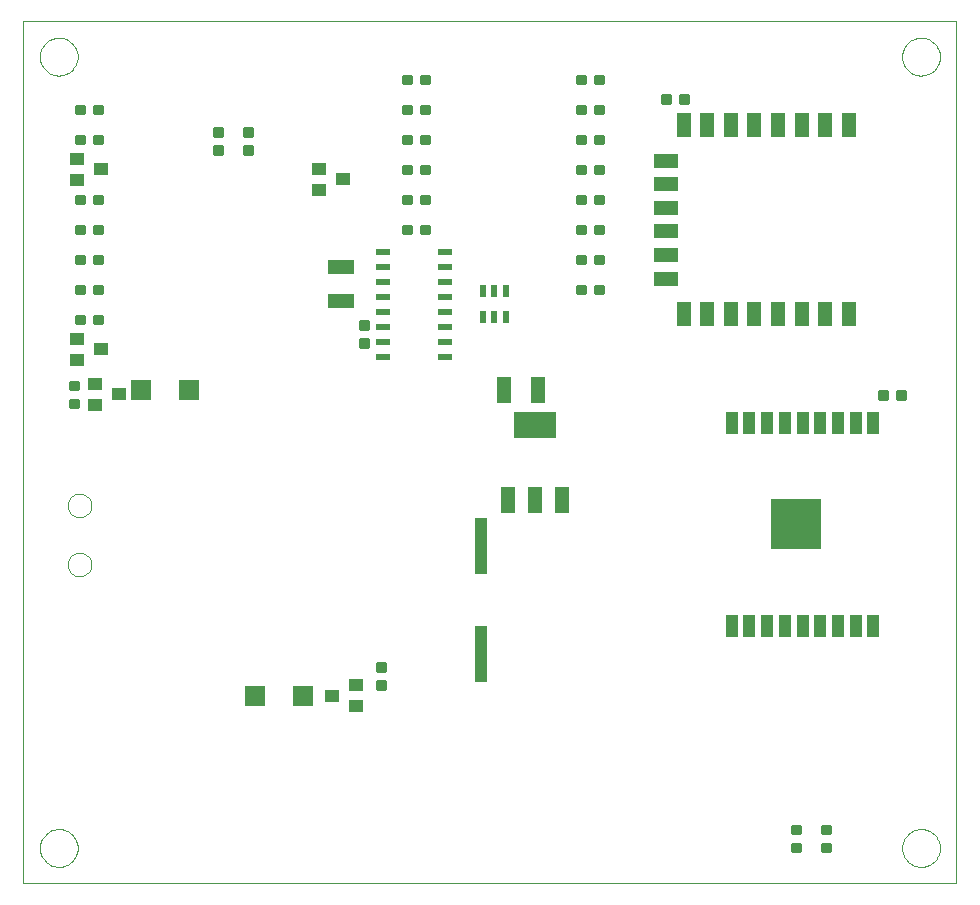
<source format=gtp>
G75*
%MOIN*%
%OFA0B0*%
%FSLAX24Y24*%
%IPPOS*%
%LPD*%
%AMOC8*
5,1,8,0,0,1.08239X$1,22.5*
%
%ADD10C,0.0000*%
%ADD11R,0.0500X0.0900*%
%ADD12R,0.1400X0.0850*%
%ADD13R,0.0450X0.0900*%
%ADD14R,0.0394X0.1850*%
%ADD15R,0.0472X0.0236*%
%ADD16C,0.0088*%
%ADD17R,0.0197X0.0394*%
%ADD18R,0.0709X0.0697*%
%ADD19R,0.0472X0.0787*%
%ADD20R,0.0787X0.0472*%
%ADD21R,0.0900X0.0450*%
%ADD22R,0.0433X0.0728*%
%ADD23R,0.1693X0.1693*%
%ADD24R,0.0450X0.0400*%
D10*
X001306Y002003D02*
X001306Y030743D01*
X032408Y030743D01*
X032408Y002003D01*
X001306Y002003D01*
X001857Y003184D02*
X001859Y003234D01*
X001865Y003284D01*
X001875Y003333D01*
X001889Y003381D01*
X001906Y003428D01*
X001927Y003473D01*
X001952Y003517D01*
X001980Y003558D01*
X002012Y003597D01*
X002046Y003634D01*
X002083Y003668D01*
X002123Y003698D01*
X002165Y003725D01*
X002209Y003749D01*
X002255Y003770D01*
X002302Y003786D01*
X002350Y003799D01*
X002400Y003808D01*
X002449Y003813D01*
X002500Y003814D01*
X002550Y003811D01*
X002599Y003804D01*
X002648Y003793D01*
X002696Y003778D01*
X002742Y003760D01*
X002787Y003738D01*
X002830Y003712D01*
X002871Y003683D01*
X002910Y003651D01*
X002946Y003616D01*
X002978Y003578D01*
X003008Y003538D01*
X003035Y003495D01*
X003058Y003451D01*
X003077Y003405D01*
X003093Y003357D01*
X003105Y003308D01*
X003113Y003259D01*
X003117Y003209D01*
X003117Y003159D01*
X003113Y003109D01*
X003105Y003060D01*
X003093Y003011D01*
X003077Y002963D01*
X003058Y002917D01*
X003035Y002873D01*
X003008Y002830D01*
X002978Y002790D01*
X002946Y002752D01*
X002910Y002717D01*
X002871Y002685D01*
X002830Y002656D01*
X002787Y002630D01*
X002742Y002608D01*
X002696Y002590D01*
X002648Y002575D01*
X002599Y002564D01*
X002550Y002557D01*
X002500Y002554D01*
X002449Y002555D01*
X002400Y002560D01*
X002350Y002569D01*
X002302Y002582D01*
X002255Y002598D01*
X002209Y002619D01*
X002165Y002643D01*
X002123Y002670D01*
X002083Y002700D01*
X002046Y002734D01*
X002012Y002771D01*
X001980Y002810D01*
X001952Y002851D01*
X001927Y002895D01*
X001906Y002940D01*
X001889Y002987D01*
X001875Y003035D01*
X001865Y003084D01*
X001859Y003134D01*
X001857Y003184D01*
X002782Y012633D02*
X002784Y012672D01*
X002790Y012711D01*
X002800Y012749D01*
X002813Y012786D01*
X002830Y012821D01*
X002850Y012855D01*
X002874Y012886D01*
X002901Y012915D01*
X002930Y012941D01*
X002962Y012964D01*
X002996Y012984D01*
X003032Y013000D01*
X003069Y013012D01*
X003108Y013021D01*
X003147Y013026D01*
X003186Y013027D01*
X003225Y013024D01*
X003264Y013017D01*
X003301Y013006D01*
X003338Y012992D01*
X003373Y012974D01*
X003406Y012953D01*
X003437Y012928D01*
X003465Y012901D01*
X003490Y012871D01*
X003512Y012838D01*
X003531Y012804D01*
X003546Y012768D01*
X003558Y012730D01*
X003566Y012692D01*
X003570Y012653D01*
X003570Y012613D01*
X003566Y012574D01*
X003558Y012536D01*
X003546Y012498D01*
X003531Y012462D01*
X003512Y012428D01*
X003490Y012395D01*
X003465Y012365D01*
X003437Y012338D01*
X003406Y012313D01*
X003373Y012292D01*
X003338Y012274D01*
X003301Y012260D01*
X003264Y012249D01*
X003225Y012242D01*
X003186Y012239D01*
X003147Y012240D01*
X003108Y012245D01*
X003069Y012254D01*
X003032Y012266D01*
X002996Y012282D01*
X002962Y012302D01*
X002930Y012325D01*
X002901Y012351D01*
X002874Y012380D01*
X002850Y012411D01*
X002830Y012445D01*
X002813Y012480D01*
X002800Y012517D01*
X002790Y012555D01*
X002784Y012594D01*
X002782Y012633D01*
X002782Y014602D02*
X002784Y014641D01*
X002790Y014680D01*
X002800Y014718D01*
X002813Y014755D01*
X002830Y014790D01*
X002850Y014824D01*
X002874Y014855D01*
X002901Y014884D01*
X002930Y014910D01*
X002962Y014933D01*
X002996Y014953D01*
X003032Y014969D01*
X003069Y014981D01*
X003108Y014990D01*
X003147Y014995D01*
X003186Y014996D01*
X003225Y014993D01*
X003264Y014986D01*
X003301Y014975D01*
X003338Y014961D01*
X003373Y014943D01*
X003406Y014922D01*
X003437Y014897D01*
X003465Y014870D01*
X003490Y014840D01*
X003512Y014807D01*
X003531Y014773D01*
X003546Y014737D01*
X003558Y014699D01*
X003566Y014661D01*
X003570Y014622D01*
X003570Y014582D01*
X003566Y014543D01*
X003558Y014505D01*
X003546Y014467D01*
X003531Y014431D01*
X003512Y014397D01*
X003490Y014364D01*
X003465Y014334D01*
X003437Y014307D01*
X003406Y014282D01*
X003373Y014261D01*
X003338Y014243D01*
X003301Y014229D01*
X003264Y014218D01*
X003225Y014211D01*
X003186Y014208D01*
X003147Y014209D01*
X003108Y014214D01*
X003069Y014223D01*
X003032Y014235D01*
X002996Y014251D01*
X002962Y014271D01*
X002930Y014294D01*
X002901Y014320D01*
X002874Y014349D01*
X002850Y014380D01*
X002830Y014414D01*
X002813Y014449D01*
X002800Y014486D01*
X002790Y014524D01*
X002784Y014563D01*
X002782Y014602D01*
X001857Y029562D02*
X001859Y029612D01*
X001865Y029662D01*
X001875Y029711D01*
X001889Y029759D01*
X001906Y029806D01*
X001927Y029851D01*
X001952Y029895D01*
X001980Y029936D01*
X002012Y029975D01*
X002046Y030012D01*
X002083Y030046D01*
X002123Y030076D01*
X002165Y030103D01*
X002209Y030127D01*
X002255Y030148D01*
X002302Y030164D01*
X002350Y030177D01*
X002400Y030186D01*
X002449Y030191D01*
X002500Y030192D01*
X002550Y030189D01*
X002599Y030182D01*
X002648Y030171D01*
X002696Y030156D01*
X002742Y030138D01*
X002787Y030116D01*
X002830Y030090D01*
X002871Y030061D01*
X002910Y030029D01*
X002946Y029994D01*
X002978Y029956D01*
X003008Y029916D01*
X003035Y029873D01*
X003058Y029829D01*
X003077Y029783D01*
X003093Y029735D01*
X003105Y029686D01*
X003113Y029637D01*
X003117Y029587D01*
X003117Y029537D01*
X003113Y029487D01*
X003105Y029438D01*
X003093Y029389D01*
X003077Y029341D01*
X003058Y029295D01*
X003035Y029251D01*
X003008Y029208D01*
X002978Y029168D01*
X002946Y029130D01*
X002910Y029095D01*
X002871Y029063D01*
X002830Y029034D01*
X002787Y029008D01*
X002742Y028986D01*
X002696Y028968D01*
X002648Y028953D01*
X002599Y028942D01*
X002550Y028935D01*
X002500Y028932D01*
X002449Y028933D01*
X002400Y028938D01*
X002350Y028947D01*
X002302Y028960D01*
X002255Y028976D01*
X002209Y028997D01*
X002165Y029021D01*
X002123Y029048D01*
X002083Y029078D01*
X002046Y029112D01*
X002012Y029149D01*
X001980Y029188D01*
X001952Y029229D01*
X001927Y029273D01*
X001906Y029318D01*
X001889Y029365D01*
X001875Y029413D01*
X001865Y029462D01*
X001859Y029512D01*
X001857Y029562D01*
X030597Y029562D02*
X030599Y029612D01*
X030605Y029662D01*
X030615Y029711D01*
X030629Y029759D01*
X030646Y029806D01*
X030667Y029851D01*
X030692Y029895D01*
X030720Y029936D01*
X030752Y029975D01*
X030786Y030012D01*
X030823Y030046D01*
X030863Y030076D01*
X030905Y030103D01*
X030949Y030127D01*
X030995Y030148D01*
X031042Y030164D01*
X031090Y030177D01*
X031140Y030186D01*
X031189Y030191D01*
X031240Y030192D01*
X031290Y030189D01*
X031339Y030182D01*
X031388Y030171D01*
X031436Y030156D01*
X031482Y030138D01*
X031527Y030116D01*
X031570Y030090D01*
X031611Y030061D01*
X031650Y030029D01*
X031686Y029994D01*
X031718Y029956D01*
X031748Y029916D01*
X031775Y029873D01*
X031798Y029829D01*
X031817Y029783D01*
X031833Y029735D01*
X031845Y029686D01*
X031853Y029637D01*
X031857Y029587D01*
X031857Y029537D01*
X031853Y029487D01*
X031845Y029438D01*
X031833Y029389D01*
X031817Y029341D01*
X031798Y029295D01*
X031775Y029251D01*
X031748Y029208D01*
X031718Y029168D01*
X031686Y029130D01*
X031650Y029095D01*
X031611Y029063D01*
X031570Y029034D01*
X031527Y029008D01*
X031482Y028986D01*
X031436Y028968D01*
X031388Y028953D01*
X031339Y028942D01*
X031290Y028935D01*
X031240Y028932D01*
X031189Y028933D01*
X031140Y028938D01*
X031090Y028947D01*
X031042Y028960D01*
X030995Y028976D01*
X030949Y028997D01*
X030905Y029021D01*
X030863Y029048D01*
X030823Y029078D01*
X030786Y029112D01*
X030752Y029149D01*
X030720Y029188D01*
X030692Y029229D01*
X030667Y029273D01*
X030646Y029318D01*
X030629Y029365D01*
X030615Y029413D01*
X030605Y029462D01*
X030599Y029512D01*
X030597Y029562D01*
X030597Y003184D02*
X030599Y003234D01*
X030605Y003284D01*
X030615Y003333D01*
X030629Y003381D01*
X030646Y003428D01*
X030667Y003473D01*
X030692Y003517D01*
X030720Y003558D01*
X030752Y003597D01*
X030786Y003634D01*
X030823Y003668D01*
X030863Y003698D01*
X030905Y003725D01*
X030949Y003749D01*
X030995Y003770D01*
X031042Y003786D01*
X031090Y003799D01*
X031140Y003808D01*
X031189Y003813D01*
X031240Y003814D01*
X031290Y003811D01*
X031339Y003804D01*
X031388Y003793D01*
X031436Y003778D01*
X031482Y003760D01*
X031527Y003738D01*
X031570Y003712D01*
X031611Y003683D01*
X031650Y003651D01*
X031686Y003616D01*
X031718Y003578D01*
X031748Y003538D01*
X031775Y003495D01*
X031798Y003451D01*
X031817Y003405D01*
X031833Y003357D01*
X031845Y003308D01*
X031853Y003259D01*
X031857Y003209D01*
X031857Y003159D01*
X031853Y003109D01*
X031845Y003060D01*
X031833Y003011D01*
X031817Y002963D01*
X031798Y002917D01*
X031775Y002873D01*
X031748Y002830D01*
X031718Y002790D01*
X031686Y002752D01*
X031650Y002717D01*
X031611Y002685D01*
X031570Y002656D01*
X031527Y002630D01*
X031482Y002608D01*
X031436Y002590D01*
X031388Y002575D01*
X031339Y002564D01*
X031290Y002557D01*
X031240Y002554D01*
X031189Y002555D01*
X031140Y002560D01*
X031090Y002569D01*
X031042Y002582D01*
X030995Y002598D01*
X030949Y002619D01*
X030905Y002643D01*
X030863Y002670D01*
X030823Y002700D01*
X030786Y002734D01*
X030752Y002771D01*
X030720Y002810D01*
X030692Y002851D01*
X030667Y002895D01*
X030646Y002940D01*
X030629Y002987D01*
X030615Y003035D01*
X030605Y003084D01*
X030599Y003134D01*
X030597Y003184D01*
D11*
X019277Y014775D03*
X018377Y014775D03*
X017477Y014775D03*
D12*
X018377Y017275D03*
D13*
X018462Y018437D03*
X017312Y018437D03*
D14*
X016552Y013245D03*
X016552Y009663D03*
D15*
X015347Y019560D03*
X015347Y020060D03*
X015347Y020560D03*
X015347Y021060D03*
X015347Y021560D03*
X015347Y022060D03*
X015347Y022560D03*
X015347Y023060D03*
X013300Y023060D03*
X013300Y022560D03*
X013300Y022060D03*
X013300Y021560D03*
X013300Y021060D03*
X013300Y020560D03*
X013300Y020060D03*
X013300Y019560D03*
D16*
X012798Y019876D02*
X012798Y020138D01*
X012798Y019876D02*
X012536Y019876D01*
X012536Y020138D01*
X012798Y020138D01*
X012798Y019963D02*
X012536Y019963D01*
X012536Y020050D02*
X012798Y020050D01*
X012798Y020137D02*
X012536Y020137D01*
X012798Y020476D02*
X012798Y020738D01*
X012798Y020476D02*
X012536Y020476D01*
X012536Y020738D01*
X012798Y020738D01*
X012798Y020563D02*
X012536Y020563D01*
X012536Y020650D02*
X012798Y020650D01*
X012798Y020737D02*
X012536Y020737D01*
X013975Y023672D02*
X014237Y023672D01*
X013975Y023672D02*
X013975Y023934D01*
X014237Y023934D01*
X014237Y023672D01*
X014237Y023759D02*
X013975Y023759D01*
X013975Y023846D02*
X014237Y023846D01*
X014237Y023933D02*
X013975Y023933D01*
X014575Y023672D02*
X014837Y023672D01*
X014575Y023672D02*
X014575Y023934D01*
X014837Y023934D01*
X014837Y023672D01*
X014837Y023759D02*
X014575Y023759D01*
X014575Y023846D02*
X014837Y023846D01*
X014837Y023933D02*
X014575Y023933D01*
X014575Y024934D02*
X014837Y024934D01*
X014837Y024672D01*
X014575Y024672D01*
X014575Y024934D01*
X014575Y024759D02*
X014837Y024759D01*
X014837Y024846D02*
X014575Y024846D01*
X014575Y024933D02*
X014837Y024933D01*
X014237Y024934D02*
X013975Y024934D01*
X014237Y024934D02*
X014237Y024672D01*
X013975Y024672D01*
X013975Y024934D01*
X013975Y024759D02*
X014237Y024759D01*
X014237Y024846D02*
X013975Y024846D01*
X013975Y024933D02*
X014237Y024933D01*
X014237Y025672D02*
X013975Y025672D01*
X013975Y025934D01*
X014237Y025934D01*
X014237Y025672D01*
X014237Y025759D02*
X013975Y025759D01*
X013975Y025846D02*
X014237Y025846D01*
X014237Y025933D02*
X013975Y025933D01*
X014575Y025672D02*
X014837Y025672D01*
X014575Y025672D02*
X014575Y025934D01*
X014837Y025934D01*
X014837Y025672D01*
X014837Y025759D02*
X014575Y025759D01*
X014575Y025846D02*
X014837Y025846D01*
X014837Y025933D02*
X014575Y025933D01*
X014575Y026672D02*
X014837Y026672D01*
X014575Y026672D02*
X014575Y026934D01*
X014837Y026934D01*
X014837Y026672D01*
X014837Y026759D02*
X014575Y026759D01*
X014575Y026846D02*
X014837Y026846D01*
X014837Y026933D02*
X014575Y026933D01*
X014237Y026672D02*
X013975Y026672D01*
X013975Y026934D01*
X014237Y026934D01*
X014237Y026672D01*
X014237Y026759D02*
X013975Y026759D01*
X013975Y026846D02*
X014237Y026846D01*
X014237Y026933D02*
X013975Y026933D01*
X013975Y027934D02*
X014237Y027934D01*
X014237Y027672D01*
X013975Y027672D01*
X013975Y027934D01*
X013975Y027759D02*
X014237Y027759D01*
X014237Y027846D02*
X013975Y027846D01*
X013975Y027933D02*
X014237Y027933D01*
X014575Y027934D02*
X014837Y027934D01*
X014837Y027672D01*
X014575Y027672D01*
X014575Y027934D01*
X014575Y027759D02*
X014837Y027759D01*
X014837Y027846D02*
X014575Y027846D01*
X014575Y027933D02*
X014837Y027933D01*
X014837Y028672D02*
X014575Y028672D01*
X014575Y028934D01*
X014837Y028934D01*
X014837Y028672D01*
X014837Y028759D02*
X014575Y028759D01*
X014575Y028846D02*
X014837Y028846D01*
X014837Y028933D02*
X014575Y028933D01*
X014237Y028672D02*
X013975Y028672D01*
X013975Y028934D01*
X014237Y028934D01*
X014237Y028672D01*
X014237Y028759D02*
X013975Y028759D01*
X013975Y028846D02*
X014237Y028846D01*
X014237Y028933D02*
X013975Y028933D01*
X008675Y027194D02*
X008675Y026932D01*
X008675Y027194D02*
X008937Y027194D01*
X008937Y026932D01*
X008675Y026932D01*
X008675Y027019D02*
X008937Y027019D01*
X008937Y027106D02*
X008675Y027106D01*
X008675Y027193D02*
X008937Y027193D01*
X008675Y026594D02*
X008675Y026332D01*
X008675Y026594D02*
X008937Y026594D01*
X008937Y026332D01*
X008675Y026332D01*
X008675Y026419D02*
X008937Y026419D01*
X008937Y026506D02*
X008675Y026506D01*
X008675Y026593D02*
X008937Y026593D01*
X007937Y026594D02*
X007937Y026332D01*
X007675Y026332D01*
X007675Y026594D01*
X007937Y026594D01*
X007937Y026419D02*
X007675Y026419D01*
X007675Y026506D02*
X007937Y026506D01*
X007937Y026593D02*
X007675Y026593D01*
X007937Y026932D02*
X007937Y027194D01*
X007937Y026932D02*
X007675Y026932D01*
X007675Y027194D01*
X007937Y027194D01*
X007937Y027019D02*
X007675Y027019D01*
X007675Y027106D02*
X007937Y027106D01*
X007937Y027193D02*
X007675Y027193D01*
X003937Y026672D02*
X003675Y026672D01*
X003675Y026934D01*
X003937Y026934D01*
X003937Y026672D01*
X003937Y026759D02*
X003675Y026759D01*
X003675Y026846D02*
X003937Y026846D01*
X003937Y026933D02*
X003675Y026933D01*
X003337Y026672D02*
X003075Y026672D01*
X003075Y026934D01*
X003337Y026934D01*
X003337Y026672D01*
X003337Y026759D02*
X003075Y026759D01*
X003075Y026846D02*
X003337Y026846D01*
X003337Y026933D02*
X003075Y026933D01*
X003075Y027672D02*
X003337Y027672D01*
X003075Y027672D02*
X003075Y027934D01*
X003337Y027934D01*
X003337Y027672D01*
X003337Y027759D02*
X003075Y027759D01*
X003075Y027846D02*
X003337Y027846D01*
X003337Y027933D02*
X003075Y027933D01*
X003675Y027672D02*
X003937Y027672D01*
X003675Y027672D02*
X003675Y027934D01*
X003937Y027934D01*
X003937Y027672D01*
X003937Y027759D02*
X003675Y027759D01*
X003675Y027846D02*
X003937Y027846D01*
X003937Y027933D02*
X003675Y027933D01*
X003675Y024672D02*
X003937Y024672D01*
X003675Y024672D02*
X003675Y024934D01*
X003937Y024934D01*
X003937Y024672D01*
X003937Y024759D02*
X003675Y024759D01*
X003675Y024846D02*
X003937Y024846D01*
X003937Y024933D02*
X003675Y024933D01*
X003337Y024672D02*
X003075Y024672D01*
X003075Y024934D01*
X003337Y024934D01*
X003337Y024672D01*
X003337Y024759D02*
X003075Y024759D01*
X003075Y024846D02*
X003337Y024846D01*
X003337Y024933D02*
X003075Y024933D01*
X003075Y023672D02*
X003337Y023672D01*
X003075Y023672D02*
X003075Y023934D01*
X003337Y023934D01*
X003337Y023672D01*
X003337Y023759D02*
X003075Y023759D01*
X003075Y023846D02*
X003337Y023846D01*
X003337Y023933D02*
X003075Y023933D01*
X003675Y023672D02*
X003937Y023672D01*
X003675Y023672D02*
X003675Y023934D01*
X003937Y023934D01*
X003937Y023672D01*
X003937Y023759D02*
X003675Y023759D01*
X003675Y023846D02*
X003937Y023846D01*
X003937Y023933D02*
X003675Y023933D01*
X003675Y022672D02*
X003937Y022672D01*
X003675Y022672D02*
X003675Y022934D01*
X003937Y022934D01*
X003937Y022672D01*
X003937Y022759D02*
X003675Y022759D01*
X003675Y022846D02*
X003937Y022846D01*
X003937Y022933D02*
X003675Y022933D01*
X003337Y022672D02*
X003075Y022672D01*
X003075Y022934D01*
X003337Y022934D01*
X003337Y022672D01*
X003337Y022759D02*
X003075Y022759D01*
X003075Y022846D02*
X003337Y022846D01*
X003337Y022933D02*
X003075Y022933D01*
X003075Y021672D02*
X003337Y021672D01*
X003075Y021672D02*
X003075Y021934D01*
X003337Y021934D01*
X003337Y021672D01*
X003337Y021759D02*
X003075Y021759D01*
X003075Y021846D02*
X003337Y021846D01*
X003337Y021933D02*
X003075Y021933D01*
X003675Y021672D02*
X003937Y021672D01*
X003675Y021672D02*
X003675Y021934D01*
X003937Y021934D01*
X003937Y021672D01*
X003937Y021759D02*
X003675Y021759D01*
X003675Y021846D02*
X003937Y021846D01*
X003937Y021933D02*
X003675Y021933D01*
X003675Y020672D02*
X003937Y020672D01*
X003675Y020672D02*
X003675Y020934D01*
X003937Y020934D01*
X003937Y020672D01*
X003937Y020759D02*
X003675Y020759D01*
X003675Y020846D02*
X003937Y020846D01*
X003937Y020933D02*
X003675Y020933D01*
X003337Y020672D02*
X003075Y020672D01*
X003075Y020934D01*
X003337Y020934D01*
X003337Y020672D01*
X003337Y020759D02*
X003075Y020759D01*
X003075Y020846D02*
X003337Y020846D01*
X003337Y020933D02*
X003075Y020933D01*
X002875Y018734D02*
X002875Y018472D01*
X002875Y018734D02*
X003137Y018734D01*
X003137Y018472D01*
X002875Y018472D01*
X002875Y018559D02*
X003137Y018559D01*
X003137Y018646D02*
X002875Y018646D01*
X002875Y018733D02*
X003137Y018733D01*
X002875Y018134D02*
X002875Y017872D01*
X002875Y018134D02*
X003137Y018134D01*
X003137Y017872D01*
X002875Y017872D01*
X002875Y017959D02*
X003137Y017959D01*
X003137Y018046D02*
X002875Y018046D01*
X002875Y018133D02*
X003137Y018133D01*
X013347Y009354D02*
X013347Y009092D01*
X013085Y009092D01*
X013085Y009354D01*
X013347Y009354D01*
X013347Y009179D02*
X013085Y009179D01*
X013085Y009266D02*
X013347Y009266D01*
X013347Y009353D02*
X013085Y009353D01*
X013347Y008754D02*
X013347Y008492D01*
X013085Y008492D01*
X013085Y008754D01*
X013347Y008754D01*
X013347Y008579D02*
X013085Y008579D01*
X013085Y008666D02*
X013347Y008666D01*
X013347Y008753D02*
X013085Y008753D01*
X019775Y021672D02*
X020037Y021672D01*
X019775Y021672D02*
X019775Y021934D01*
X020037Y021934D01*
X020037Y021672D01*
X020037Y021759D02*
X019775Y021759D01*
X019775Y021846D02*
X020037Y021846D01*
X020037Y021933D02*
X019775Y021933D01*
X020375Y021672D02*
X020637Y021672D01*
X020375Y021672D02*
X020375Y021934D01*
X020637Y021934D01*
X020637Y021672D01*
X020637Y021759D02*
X020375Y021759D01*
X020375Y021846D02*
X020637Y021846D01*
X020637Y021933D02*
X020375Y021933D01*
X020375Y022672D02*
X020637Y022672D01*
X020375Y022672D02*
X020375Y022934D01*
X020637Y022934D01*
X020637Y022672D01*
X020637Y022759D02*
X020375Y022759D01*
X020375Y022846D02*
X020637Y022846D01*
X020637Y022933D02*
X020375Y022933D01*
X020037Y022672D02*
X019775Y022672D01*
X019775Y022934D01*
X020037Y022934D01*
X020037Y022672D01*
X020037Y022759D02*
X019775Y022759D01*
X019775Y022846D02*
X020037Y022846D01*
X020037Y022933D02*
X019775Y022933D01*
X019775Y023934D02*
X020037Y023934D01*
X020037Y023672D01*
X019775Y023672D01*
X019775Y023934D01*
X019775Y023759D02*
X020037Y023759D01*
X020037Y023846D02*
X019775Y023846D01*
X019775Y023933D02*
X020037Y023933D01*
X020375Y023934D02*
X020637Y023934D01*
X020637Y023672D01*
X020375Y023672D01*
X020375Y023934D01*
X020375Y023759D02*
X020637Y023759D01*
X020637Y023846D02*
X020375Y023846D01*
X020375Y023933D02*
X020637Y023933D01*
X020637Y024934D02*
X020375Y024934D01*
X020637Y024934D02*
X020637Y024672D01*
X020375Y024672D01*
X020375Y024934D01*
X020375Y024759D02*
X020637Y024759D01*
X020637Y024846D02*
X020375Y024846D01*
X020375Y024933D02*
X020637Y024933D01*
X020037Y024934D02*
X019775Y024934D01*
X020037Y024934D02*
X020037Y024672D01*
X019775Y024672D01*
X019775Y024934D01*
X019775Y024759D02*
X020037Y024759D01*
X020037Y024846D02*
X019775Y024846D01*
X019775Y024933D02*
X020037Y024933D01*
X020037Y025934D02*
X019775Y025934D01*
X020037Y025934D02*
X020037Y025672D01*
X019775Y025672D01*
X019775Y025934D01*
X019775Y025759D02*
X020037Y025759D01*
X020037Y025846D02*
X019775Y025846D01*
X019775Y025933D02*
X020037Y025933D01*
X020375Y025934D02*
X020637Y025934D01*
X020637Y025672D01*
X020375Y025672D01*
X020375Y025934D01*
X020375Y025759D02*
X020637Y025759D01*
X020637Y025846D02*
X020375Y025846D01*
X020375Y025933D02*
X020637Y025933D01*
X020637Y026672D02*
X020375Y026672D01*
X020375Y026934D01*
X020637Y026934D01*
X020637Y026672D01*
X020637Y026759D02*
X020375Y026759D01*
X020375Y026846D02*
X020637Y026846D01*
X020637Y026933D02*
X020375Y026933D01*
X020037Y026672D02*
X019775Y026672D01*
X019775Y026934D01*
X020037Y026934D01*
X020037Y026672D01*
X020037Y026759D02*
X019775Y026759D01*
X019775Y026846D02*
X020037Y026846D01*
X020037Y026933D02*
X019775Y026933D01*
X019775Y027672D02*
X020037Y027672D01*
X019775Y027672D02*
X019775Y027934D01*
X020037Y027934D01*
X020037Y027672D01*
X020037Y027759D02*
X019775Y027759D01*
X019775Y027846D02*
X020037Y027846D01*
X020037Y027933D02*
X019775Y027933D01*
X020375Y027672D02*
X020637Y027672D01*
X020375Y027672D02*
X020375Y027934D01*
X020637Y027934D01*
X020637Y027672D01*
X020637Y027759D02*
X020375Y027759D01*
X020375Y027846D02*
X020637Y027846D01*
X020637Y027933D02*
X020375Y027933D01*
X020375Y028672D02*
X020637Y028672D01*
X020375Y028672D02*
X020375Y028934D01*
X020637Y028934D01*
X020637Y028672D01*
X020637Y028759D02*
X020375Y028759D01*
X020375Y028846D02*
X020637Y028846D01*
X020637Y028933D02*
X020375Y028933D01*
X020037Y028672D02*
X019775Y028672D01*
X019775Y028934D01*
X020037Y028934D01*
X020037Y028672D01*
X020037Y028759D02*
X019775Y028759D01*
X019775Y028846D02*
X020037Y028846D01*
X020037Y028933D02*
X019775Y028933D01*
X022594Y028274D02*
X022856Y028274D01*
X022856Y028012D01*
X022594Y028012D01*
X022594Y028274D01*
X022594Y028099D02*
X022856Y028099D01*
X022856Y028186D02*
X022594Y028186D01*
X022594Y028273D02*
X022856Y028273D01*
X023194Y028274D02*
X023456Y028274D01*
X023456Y028012D01*
X023194Y028012D01*
X023194Y028274D01*
X023194Y028099D02*
X023456Y028099D01*
X023456Y028186D02*
X023194Y028186D01*
X023194Y028273D02*
X023456Y028273D01*
X029841Y018141D02*
X030103Y018141D01*
X029841Y018141D02*
X029841Y018403D01*
X030103Y018403D01*
X030103Y018141D01*
X030103Y018228D02*
X029841Y018228D01*
X029841Y018315D02*
X030103Y018315D01*
X030103Y018402D02*
X029841Y018402D01*
X030441Y018141D02*
X030703Y018141D01*
X030441Y018141D02*
X030441Y018403D01*
X030703Y018403D01*
X030703Y018141D01*
X030703Y018228D02*
X030441Y018228D01*
X030441Y018315D02*
X030703Y018315D01*
X030703Y018402D02*
X030441Y018402D01*
X027925Y003934D02*
X027925Y003672D01*
X027925Y003934D02*
X028187Y003934D01*
X028187Y003672D01*
X027925Y003672D01*
X027925Y003759D02*
X028187Y003759D01*
X028187Y003846D02*
X027925Y003846D01*
X027925Y003933D02*
X028187Y003933D01*
X027925Y003334D02*
X027925Y003072D01*
X027925Y003334D02*
X028187Y003334D01*
X028187Y003072D01*
X027925Y003072D01*
X027925Y003159D02*
X028187Y003159D01*
X028187Y003246D02*
X027925Y003246D01*
X027925Y003333D02*
X028187Y003333D01*
X027187Y003334D02*
X027187Y003072D01*
X026925Y003072D01*
X026925Y003334D01*
X027187Y003334D01*
X027187Y003159D02*
X026925Y003159D01*
X026925Y003246D02*
X027187Y003246D01*
X027187Y003333D02*
X026925Y003333D01*
X027187Y003672D02*
X027187Y003934D01*
X027187Y003672D02*
X026925Y003672D01*
X026925Y003934D01*
X027187Y003934D01*
X027187Y003759D02*
X026925Y003759D01*
X026925Y003846D02*
X027187Y003846D01*
X027187Y003933D02*
X026925Y003933D01*
D17*
X017383Y020877D03*
X017009Y020877D03*
X016635Y020877D03*
X016635Y021743D03*
X017009Y021743D03*
X017383Y021743D03*
D18*
X006844Y018456D03*
X005236Y018456D03*
X009022Y008253D03*
X010630Y008253D03*
D19*
X023314Y020979D03*
X024101Y020979D03*
X024889Y020979D03*
X025676Y020979D03*
X026464Y020979D03*
X027251Y020979D03*
X028038Y020979D03*
X028826Y020979D03*
X028826Y027278D03*
X028038Y027278D03*
X027251Y027278D03*
X026464Y027278D03*
X025676Y027278D03*
X024889Y027278D03*
X024101Y027278D03*
X023314Y027278D03*
D20*
X022731Y026097D03*
X022731Y025310D03*
X022731Y024522D03*
X022731Y023735D03*
X022731Y022947D03*
X022731Y022160D03*
D21*
X011886Y022559D03*
X011886Y021409D03*
D22*
X024919Y017348D03*
X025509Y017348D03*
X026100Y017348D03*
X026690Y017348D03*
X027281Y017348D03*
X027871Y017348D03*
X028462Y017348D03*
X029053Y017348D03*
X029643Y017348D03*
X029643Y010596D03*
X029053Y010596D03*
X028462Y010596D03*
X027871Y010596D03*
X027281Y010596D03*
X026690Y010596D03*
X026100Y010596D03*
X025509Y010596D03*
X024919Y010596D03*
D23*
X027056Y013972D03*
D24*
X012406Y008603D03*
X012406Y007903D03*
X011606Y008253D03*
X003706Y017953D03*
X004506Y018303D03*
X003706Y018653D03*
X003106Y019453D03*
X003106Y020153D03*
X003906Y019803D03*
X003106Y025453D03*
X003106Y026153D03*
X003906Y025803D03*
X011159Y025832D03*
X011159Y025132D03*
X011959Y025482D03*
M02*

</source>
